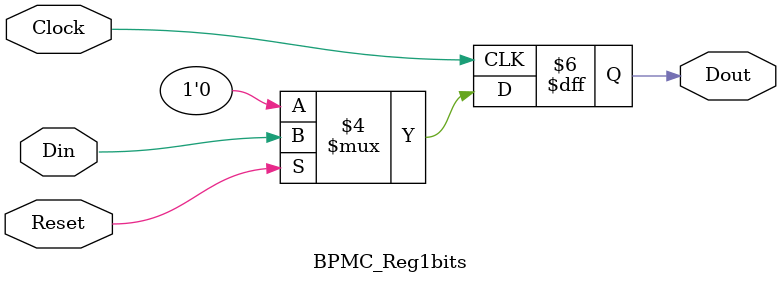
<source format=v>
`timescale	1ns/1ps

module	BPMC_Reg1bits(Dout, Din, Clock, Reset)	;

output	Dout	;
reg	Dout	;

input	Din	;
wire	Din	;

input	Clock, Reset	;
wire	Clock, Reset	;



always	@(posedge	Clock)
	begin
		if ( Reset == 1'b0 )
			begin
				Dout <= 1'b0	;
			end
		else
			begin
				Dout <= Din	;
			end
	end

endmodule

</source>
